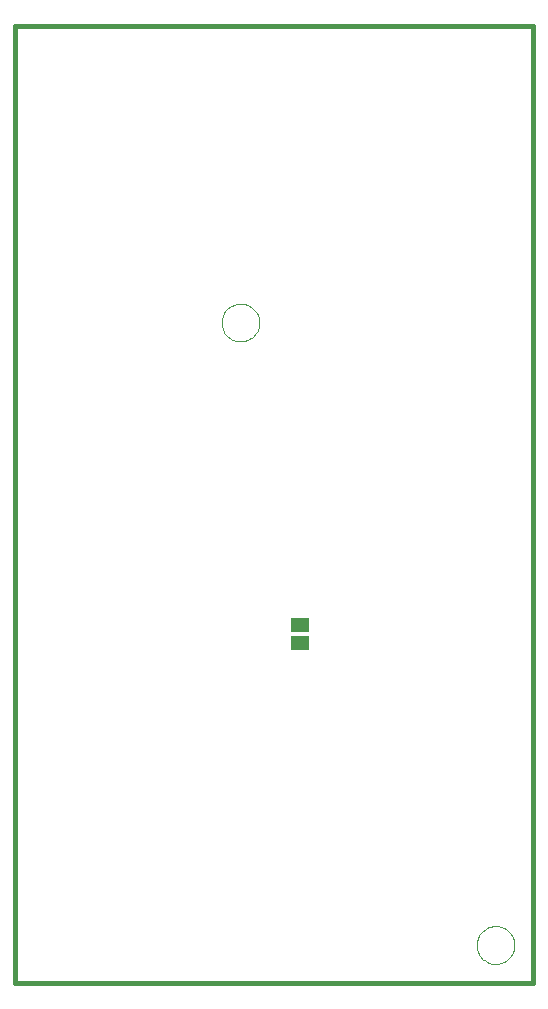
<source format=gtp>
G75*
%MOIN*%
%OFA0B0*%
%FSLAX24Y24*%
%IPPOS*%
%LPD*%
%AMOC8*
5,1,8,0,0,1.08239X$1,22.5*
%
%ADD10C,0.0160*%
%ADD11C,0.0000*%
%ADD12R,0.0630X0.0460*%
D10*
X003260Y000595D02*
X003260Y032466D01*
X020505Y032466D01*
X020505Y000595D01*
X003260Y000595D01*
D11*
X010130Y022595D02*
X010132Y022645D01*
X010138Y022695D01*
X010148Y022744D01*
X010162Y022792D01*
X010179Y022839D01*
X010200Y022884D01*
X010225Y022928D01*
X010253Y022969D01*
X010285Y023008D01*
X010319Y023045D01*
X010356Y023079D01*
X010396Y023109D01*
X010438Y023136D01*
X010482Y023160D01*
X010528Y023181D01*
X010575Y023197D01*
X010623Y023210D01*
X010673Y023219D01*
X010722Y023224D01*
X010773Y023225D01*
X010823Y023222D01*
X010872Y023215D01*
X010921Y023204D01*
X010969Y023189D01*
X011015Y023171D01*
X011060Y023149D01*
X011103Y023123D01*
X011144Y023094D01*
X011183Y023062D01*
X011219Y023027D01*
X011251Y022989D01*
X011281Y022949D01*
X011308Y022906D01*
X011331Y022862D01*
X011350Y022816D01*
X011366Y022768D01*
X011378Y022719D01*
X011386Y022670D01*
X011390Y022620D01*
X011390Y022570D01*
X011386Y022520D01*
X011378Y022471D01*
X011366Y022422D01*
X011350Y022374D01*
X011331Y022328D01*
X011308Y022284D01*
X011281Y022241D01*
X011251Y022201D01*
X011219Y022163D01*
X011183Y022128D01*
X011144Y022096D01*
X011103Y022067D01*
X011060Y022041D01*
X011015Y022019D01*
X010969Y022001D01*
X010921Y021986D01*
X010872Y021975D01*
X010823Y021968D01*
X010773Y021965D01*
X010722Y021966D01*
X010673Y021971D01*
X010623Y021980D01*
X010575Y021993D01*
X010528Y022009D01*
X010482Y022030D01*
X010438Y022054D01*
X010396Y022081D01*
X010356Y022111D01*
X010319Y022145D01*
X010285Y022182D01*
X010253Y022221D01*
X010225Y022262D01*
X010200Y022306D01*
X010179Y022351D01*
X010162Y022398D01*
X010148Y022446D01*
X010138Y022495D01*
X010132Y022545D01*
X010130Y022595D01*
X018630Y001845D02*
X018632Y001895D01*
X018638Y001945D01*
X018648Y001994D01*
X018662Y002042D01*
X018679Y002089D01*
X018700Y002134D01*
X018725Y002178D01*
X018753Y002219D01*
X018785Y002258D01*
X018819Y002295D01*
X018856Y002329D01*
X018896Y002359D01*
X018938Y002386D01*
X018982Y002410D01*
X019028Y002431D01*
X019075Y002447D01*
X019123Y002460D01*
X019173Y002469D01*
X019222Y002474D01*
X019273Y002475D01*
X019323Y002472D01*
X019372Y002465D01*
X019421Y002454D01*
X019469Y002439D01*
X019515Y002421D01*
X019560Y002399D01*
X019603Y002373D01*
X019644Y002344D01*
X019683Y002312D01*
X019719Y002277D01*
X019751Y002239D01*
X019781Y002199D01*
X019808Y002156D01*
X019831Y002112D01*
X019850Y002066D01*
X019866Y002018D01*
X019878Y001969D01*
X019886Y001920D01*
X019890Y001870D01*
X019890Y001820D01*
X019886Y001770D01*
X019878Y001721D01*
X019866Y001672D01*
X019850Y001624D01*
X019831Y001578D01*
X019808Y001534D01*
X019781Y001491D01*
X019751Y001451D01*
X019719Y001413D01*
X019683Y001378D01*
X019644Y001346D01*
X019603Y001317D01*
X019560Y001291D01*
X019515Y001269D01*
X019469Y001251D01*
X019421Y001236D01*
X019372Y001225D01*
X019323Y001218D01*
X019273Y001215D01*
X019222Y001216D01*
X019173Y001221D01*
X019123Y001230D01*
X019075Y001243D01*
X019028Y001259D01*
X018982Y001280D01*
X018938Y001304D01*
X018896Y001331D01*
X018856Y001361D01*
X018819Y001395D01*
X018785Y001432D01*
X018753Y001471D01*
X018725Y001512D01*
X018700Y001556D01*
X018679Y001601D01*
X018662Y001648D01*
X018648Y001696D01*
X018638Y001745D01*
X018632Y001795D01*
X018630Y001845D01*
D12*
X012760Y011920D03*
X012760Y012520D03*
M02*

</source>
